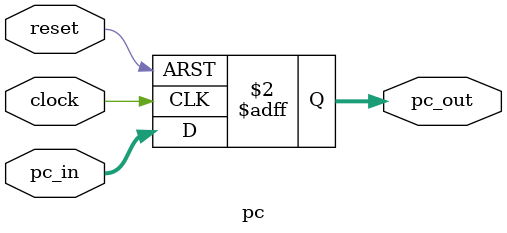
<source format=v>
module pc(
    input   clock, reset,
    input   [31:0] pc_in,
    output  [31:0] pc_out
);

    always @ (posedge clock or posedge reset) begin
        if(reset)
            pc_out <= 32'b0;
        else 
            pc_out <= pc_in;
    end
endmodule
</source>
